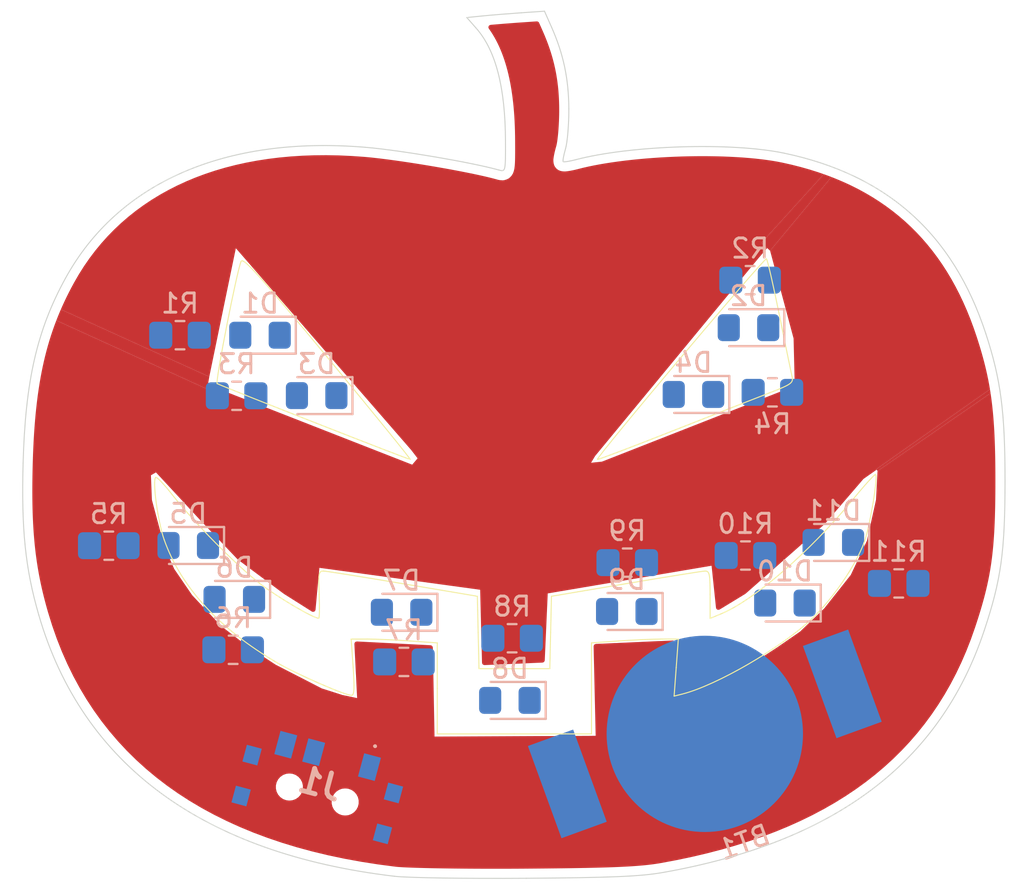
<source format=kicad_pcb>
(kicad_pcb (version 20221018) (generator pcbnew)
  (layers (0 "F.Cu" signal "Front") (1 "In1.Cu" signal) (2 "In2.Cu" signal) (31 "B.Cu" signal "Back") (34 "B.Paste" user) (35 "F.Paste" user) (36 "B.SilkS" user "B.Silkscreen") (37 "F.SilkS" user "F.Silkscreen") (38 "B.Mask" user) (39 "F.Mask" user) (44 "Edge.Cuts" user))
  (net 0 "")
  (net 1 "Net-(BT1-+)")
  (net 2 "GND")
  (net 3 "Net-(D1-K)")
  (net 4 "Net-(D1-A)")
  (net 5 "Net-(D2-K)")
  (net 6 "Net-(D3-K)")
  (net 7 "Net-(D4-K)")
  (net 8 "Net-(D5-K)")
  (net 9 "Net-(D6-K)")
  (net 10 "Net-(D7-K)")
  (net 11 "Net-(D8-K)")
  (net 12 "Net-(D9-K)")
  (net 13 "Net-(D10-K)")
  (net 14 "Net-(D11-K)")
  (footprint "LED_SMD:LED_0805_2012Metric_Pad1.15x1.40mm_HandSolder" (layer "B.Cu") (at 159.19 103.33 180)
    (fp_text reference "D10" (at 0 1.65) (layer "B.SilkS") (effects (justify mirror)))
    (fp_text value "LED")
    (fp_line (start -1.86 -0.96) (end 1 -0.96) (stroke (width 0.12)) (layer "B.SilkS"))
    (fp_line (start -1.86 0.96) (end -1.86 -0.96) (stroke (width 0.12)) (layer "B.SilkS"))
    (fp_line (start 1 0.96) (end -1.86 0.96) (stroke (width 0.12)) (layer "B.SilkS"))
    (pad "1" smd roundrect (at -1.025 0 180) (size 1.15 1.4) (layers "B.Cu" "B.Paste" "B.Mask") (roundrect_rratio 0.217391) (net 13 "Net-(D10-K)"))
    (pad "2" smd roundrect (at 1.025 0 180) (size 1.15 1.4) (layers "B.Cu" "B.Paste" "B.Mask") (roundrect_rratio 0.217391) (net 4 "Net-(D1-A)"))
  )
  (footprint "user-footprints:MK12C02" (layer "B.Cu") (at 134.9 113.28 165)
    (fp_text reference "J1" (at 0 0.575 165) (layer "B.SilkS") (effects (font (size 1.27 1.27) (thickness 0.254)) (justify mirror)))
    (fp_text value "MK-12C02" hide)
    (fp_line (start -2.3 3.2) (end -2.3 3.2) (stroke (width 0.1)) (layer "B.SilkS"))
    (fp_line (start -2.2 3.2) (end -2.2 3.2) (stroke (width 0.1)) (layer "B.SilkS"))
    (fp_arc (start -2.3 3.2) (mid -2.25 3.15) (end -2.2 3.2) (stroke (width 0.1)) (layer "B.SilkS"))
    (fp_arc (start -2.2 3.2) (mid -2.25 3.25) (end -2.3 3.2) (stroke (width 0.1)) (layer "B.SilkS"))
    (pad "" np_thru_hole circle (at -1.5 0 165) (size 0.001 0.001) (drill 0.9) (layers "*.Cu" "*.Mask"))
    (pad "" np_thru_hole circle (at 1.5 0 165) (size 0.001 0.001) (drill 0.9) (layers "*.Cu" "*.Mask"))
    (pad "1" smd rect (at -2.25 2.075 165) (size 0.9 1.25) (layers "B.Cu" "B.Paste" "B.Mask"))
    (pad "2" smd rect (at 0.75 2.075 165) (size 0.9 1.25) (layers "B.Cu" "B.Paste" "B.Mask") (net 1 "Net-(BT1-+)"))
    (pad "3" smd rect (at 2.25 2.075 165) (size 0.9 1.25) (layers "B.Cu" "B.Paste" "B.Mask") (net 4 "Net-(D1-A)"))
    (pad "MP1" smd rect (at -3.8 1.1 165) (size 0.8 0.9) (layers "B.Cu" "B.Paste" "B.Mask"))
    (pad "MP2" smd rect (at -3.8 -1.1 165) (size 0.8 0.9) (layers "B.Cu" "B.Paste" "B.Mask"))
    (pad "MP3" smd rect (at 3.8 -1.1 165) (size 0.8 0.9) (layers "B.Cu" "B.Paste" "B.Mask"))
    (pad "MP4" smd rect (at 3.8 1.1 165) (size 0.8 0.9) (layers "B.Cu" "B.Paste" "B.Mask"))
  )
  (footprint "LED_SMD:LED_0805_2012Metric_Pad1.15x1.40mm_HandSolder" (layer "B.Cu") (at 157.2975 89.02 180)
    (fp_text reference "D2" (at 0 1.65) (layer "B.SilkS") (effects (justify mirror)))
    (fp_text value "LED")
    (fp_line (start -1.86 -0.96) (end 1 -0.96) (stroke (width 0.12)) (layer "B.SilkS"))
    (fp_line (start -1.86 0.96) (end -1.86 -0.96) (stroke (width 0.12)) (layer "B.SilkS"))
    (fp_line (start 1 0.96) (end -1.86 0.96) (stroke (width 0.12)) (layer "B.SilkS"))
    (pad "1" smd roundrect (at -1.025 0 180) (size 1.15 1.4) (layers "B.Cu" "B.Paste" "B.Mask") (roundrect_rratio 0.217391) (net 5 "Net-(D2-K)"))
    (pad "2" smd roundrect (at 1.025 0 180) (size 1.15 1.4) (layers "B.Cu" "B.Paste" "B.Mask") (roundrect_rratio 0.217391) (net 4 "Net-(D1-A)"))
  )
  (footprint "Resistor_SMD:R_0805_2012Metric_Pad1.20x1.40mm_HandSolder" (layer "B.Cu") (at 157.14 100.86 180)
    (fp_text reference "R10" (at 0 1.65) (layer "B.SilkS") (effects (justify mirror)))
    (fp_text value "1k")
    (fp_line (start -0.227064 -0.735) (end 0.227064 -0.735) (stroke (width 0.12)) (layer "B.SilkS"))
    (fp_line (start -0.227064 0.735) (end 0.227064 0.735) (stroke (width 0.12)) (layer "B.SilkS"))
    (pad "1" smd roundrect (at -1 0 180) (size 1.2 1.4) (layers "B.Cu" "B.Paste" "B.Mask") (roundrect_rratio 0.208333) (net 13 "Net-(D10-K)"))
    (pad "2" smd roundrect (at 1 0 180) (size 1.2 1.4) (layers "B.Cu" "B.Paste" "B.Mask") (roundrect_rratio 0.208333) (net 2 "GND"))
  )
  (footprint "LED_SMD:LED_0805_2012Metric_Pad1.15x1.40mm_HandSolder" (layer "B.Cu") (at 144.905 108.39 180)
    (fp_text reference "D8" (at 0 1.65) (layer "B.SilkS") (effects (justify mirror)))
    (fp_text value "LED")
    (fp_line (start -1.86 -0.96) (end 1 -0.96) (stroke (width 0.12)) (layer "B.SilkS"))
    (fp_line (start -1.86 0.96) (end -1.86 -0.96) (stroke (width 0.12)) (layer "B.SilkS"))
    (fp_line (start 1 0.96) (end -1.86 0.96) (stroke (width 0.12)) (layer "B.SilkS"))
    (pad "1" smd roundrect (at -1.025 0 180) (size 1.15 1.4) (layers "B.Cu" "B.Paste" "B.Mask") (roundrect_rratio 0.217391) (net 11 "Net-(D8-K)"))
    (pad "2" smd roundrect (at 1.025 0 180) (size 1.15 1.4) (layers "B.Cu" "B.Paste" "B.Mask") (roundrect_rratio 0.217391) (net 4 "Net-(D1-A)"))
  )
  (footprint "LED_SMD:LED_0805_2012Metric_Pad1.15x1.40mm_HandSolder" (layer "B.Cu") (at 128.1975 100.34 180)
    (fp_text reference "D5" (at 0 1.65) (layer "B.SilkS") (effects (justify mirror)))
    (fp_text value "LED")
    (fp_line (start -1.86 -0.96) (end 1 -0.96) (stroke (width 0.12)) (layer "B.SilkS"))
    (fp_line (start -1.86 0.96) (end -1.86 -0.96) (stroke (width 0.12)) (layer "B.SilkS"))
    (fp_line (start 1 0.96) (end -1.86 0.96) (stroke (width 0.12)) (layer "B.SilkS"))
    (pad "1" smd roundrect (at -1.025 0 180) (size 1.15 1.4) (layers "B.Cu" "B.Paste" "B.Mask") (roundrect_rratio 0.217391) (net 8 "Net-(D5-K)"))
    (pad "2" smd roundrect (at 1.025 0 180) (size 1.15 1.4) (layers "B.Cu" "B.Paste" "B.Mask") (roundrect_rratio 0.217391) (net 4 "Net-(D1-A)"))
  )
  (footprint "LED_SMD:LED_0805_2012Metric_Pad1.15x1.40mm_HandSolder" (layer "B.Cu") (at 130.59 103.14 180)
    (fp_text reference "D6" (at 0 1.65) (layer "B.SilkS") (effects (justify mirror)))
    (fp_text value "LED")
    (fp_line (start -1.86 -0.96) (end 1 -0.96) (stroke (width 0.12)) (layer "B.SilkS"))
    (fp_line (start -1.86 0.96) (end -1.86 -0.96) (stroke (width 0.12)) (layer "B.SilkS"))
    (fp_line (start 1 0.96) (end -1.86 0.96) (stroke (width 0.12)) (layer "B.SilkS"))
    (pad "1" smd roundrect (at -1.025 0 180) (size 1.15 1.4) (layers "B.Cu" "B.Paste" "B.Mask") (roundrect_rratio 0.217391) (net 9 "Net-(D6-K)"))
    (pad "2" smd roundrect (at 1.025 0 180) (size 1.15 1.4) (layers "B.Cu" "B.Paste" "B.Mask") (roundrect_rratio 0.217391) (net 4 "Net-(D1-A)"))
  )
  (footprint "LED_SMD:LED_0805_2012Metric_Pad1.15x1.40mm_HandSolder" (layer "B.Cu") (at 161.705 100.18 180)
    (fp_text reference "D11" (at 0 1.65) (layer "B.SilkS") (effects (justify mirror)))
    (fp_text value "LED")
    (fp_line (start -1.86 -0.96) (end 1 -0.96) (stroke (width 0.12)) (layer "B.SilkS"))
    (fp_line (start -1.86 0.96) (end -1.86 -0.96) (stroke (width 0.12)) (layer "B.SilkS"))
    (fp_line (start 1 0.96) (end -1.86 0.96) (stroke (width 0.12)) (layer "B.SilkS"))
    (pad "1" smd roundrect (at -1.025 0 180) (size 1.15 1.4) (layers "B.Cu" "B.Paste" "B.Mask") (roundrect_rratio 0.217391) (net 14 "Net-(D11-K)"))
    (pad "2" smd roundrect (at 1.025 0 180) (size 1.15 1.4) (layers "B.Cu" "B.Paste" "B.Mask") (roundrect_rratio 0.217391) (net 4 "Net-(D1-A)"))
  )
  (footprint "Resistor_SMD:R_0805_2012Metric_Pad1.20x1.40mm_HandSolder" (layer "B.Cu") (at 124.07 100.35 180)
    (fp_text reference "R5" (at 0 1.65) (layer "B.SilkS") (effects (justify mirror)))
    (fp_text value "1k")
    (fp_line (start -0.227064 -0.735) (end 0.227064 -0.735) (stroke (width 0.12)) (layer "B.SilkS"))
    (fp_line (start -0.227064 0.735) (end 0.227064 0.735) (stroke (width 0.12)) (layer "B.SilkS"))
    (pad "1" smd roundrect (at -1 0 180) (size 1.2 1.4) (layers "B.Cu" "B.Paste" "B.Mask") (roundrect_rratio 0.208333) (net 8 "Net-(D5-K)"))
    (pad "2" smd roundrect (at 1 0 180) (size 1.2 1.4) (layers "B.Cu" "B.Paste" "B.Mask") (roundrect_rratio 0.208333) (net 2 "GND"))
  )
  (footprint "Resistor_SMD:R_0805_2012Metric_Pad1.20x1.40mm_HandSolder" (layer "B.Cu") (at 130.71 92.56 180)
    (fp_text reference "R3" (at 0 1.65) (layer "B.SilkS") (effects (justify mirror)))
    (fp_text value "1k")
    (fp_line (start -0.227064 -0.735) (end 0.227064 -0.735) (stroke (width 0.12)) (layer "B.SilkS"))
    (fp_line (start -0.227064 0.735) (end 0.227064 0.735) (stroke (width 0.12)) (layer "B.SilkS"))
    (pad "1" smd roundrect (at -1 0 180) (size 1.2 1.4) (layers "B.Cu" "B.Paste" "B.Mask") (roundrect_rratio 0.208333) (net 6 "Net-(D3-K)"))
    (pad "2" smd roundrect (at 1 0 180) (size 1.2 1.4) (layers "B.Cu" "B.Paste" "B.Mask") (roundrect_rratio 0.208333) (net 2 "GND"))
  )
  (footprint "Resistor_SMD:R_0805_2012Metric_Pad1.20x1.40mm_HandSolder" (layer "B.Cu") (at 165.1 102.31 180)
    (fp_text reference "R11" (at 0 1.65) (layer "B.SilkS") (effects (justify mirror)))
    (fp_text value "1k")
    (fp_line (start -0.227064 -0.735) (end 0.227064 -0.735) (stroke (width 0.12)) (layer "B.SilkS"))
    (fp_line (start -0.227064 0.735) (end 0.227064 0.735) (stroke (width 0.12)) (layer "B.SilkS"))
    (pad "1" smd roundrect (at -1 0 180) (size 1.2 1.4) (layers "B.Cu" "B.Paste" "B.Mask") (roundrect_rratio 0.208333) (net 14 "Net-(D11-K)"))
    (pad "2" smd roundrect (at 1 0 180) (size 1.2 1.4) (layers "B.Cu" "B.Paste" "B.Mask") (roundrect_rratio 0.208333) (net 2 "GND"))
  )
  (footprint "Battery:BatteryHolder_LINX_BAT-HLD-012-SMT" (layer "B.Cu") (at 155.028336 110.129353 -160)
    (fp_text reference "BT1" (at 0 -6 20) (layer "B.SilkS") (effects (justify mirror)))
    (fp_text value "Battery_Cell")
    (pad "1" smd rect (at -7.6 0 200) (size 2.5 5.1) (layers "B.Cu" "B.Paste" "B.Mask") (net 1 "Net-(BT1-+)"))
    (pad "1" smd rect (at 7.6 0 200) (size 2.5 5.1) (layers "B.Cu" "B.Paste" "B.Mask") (net 1 "Net-(BT1-+)"))
    (pad "2" smd circle (at 0 0 200) (size 10.2 10.2) (layers "B.Cu" "B.Mask") (net 2 "GND"))
  )
  (footprint "Resistor_SMD:R_0805_2012Metric_Pad1.20x1.40mm_HandSolder" (layer "B.Cu") (at 130.53 105.76 180)
    (fp_text reference "R6" (at 0 1.65) (layer "B.SilkS") (effects (justify mirror)))
    (fp_text value "1k")
    (fp_line (start -0.227064 -0.735) (end 0.227064 -0.735) (stroke (width 0.12)) (layer "B.SilkS"))
    (fp_line (start -0.227064 0.735) (end 0.227064 0.735) (stroke (width 0.12)) (layer "B.SilkS"))
    (pad "1" smd roundrect (at -1 0 180) (size 1.2 1.4) (layers "B.Cu" "B.Paste" "B.Mask") (roundrect_rratio 0.208333) (net 9 "Net-(D6-K)"))
    (pad "2" smd roundrect (at 1 0 180) (size 1.2 1.4) (layers "B.Cu" "B.Paste" "B.Mask") (roundrect_rratio 0.208333) (net 2 "GND"))
  )
  (footprint "Resistor_SMD:R_0805_2012Metric_Pad1.20x1.40mm_HandSolder" (layer "B.Cu") (at 151 101.23 180)
    (fp_text reference "R9" (at 0 1.65) (layer "B.SilkS") (effects (justify mirror)))
    (fp_text value "1k")
    (fp_line (start -0.227064 -0.735) (end 0.227064 -0.735) (stroke (width 0.12)) (layer "B.SilkS"))
    (fp_line (start -0.227064 0.735) (end 0.227064 0.735) (stroke (width 0.12)) (layer "B.SilkS"))
    (pad "1" smd roundrect (at -1 0 180) (size 1.2 1.4) (layers "B.Cu" "B.Paste" "B.Mask") (roundrect_rratio 0.208333) (net 12 "Net-(D9-K)"))
    (pad "2" smd roundrect (at 1 0 180) (size 1.2 1.4) (layers "B.Cu" "B.Paste" "B.Mask") (roundrect_rratio 0.208333) (net 2 "GND"))
  )
  (footprint "Resistor_SMD:R_0805_2012Metric_Pad1.20x1.40mm_HandSolder" (layer "B.Cu") (at 158.54 92.38)
    (fp_text reference "R4" (at 0 1.65) (layer "B.SilkS") (effects (justify mirror)))
    (fp_text value "1k")
    (fp_line (start -0.227064 -0.735) (end 0.227064 -0.735) (stroke (width 0.12)) (layer "B.SilkS"))
    (fp_line (start -0.227064 0.735) (end 0.227064 0.735) (stroke (width 0.12)) (layer "B.SilkS"))
    (pad "1" smd roundrect (at -1 0) (size 1.2 1.4) (layers "B.Cu" "B.Paste" "B.Mask") (roundrect_rratio 0.208333) (net 7 "Net-(D4-K)"))
    (pad "2" smd roundrect (at 1 0) (size 1.2 1.4) (layers "B.Cu" "B.Paste" "B.Mask") (roundrect_rratio 0.208333) (net 2 "GND"))
  )
  (footprint "LED_SMD:LED_0805_2012Metric_Pad1.15x1.40mm_HandSolder" (layer "B.Cu") (at 134.8675 92.55 180)
    (fp_text reference "D3" (at 0 1.65) (layer "B.SilkS") (effects (justify mirror)))
    (fp_text value "LED")
    (fp_line (start -1.86 -0.96) (end 1 -0.96) (stroke (width 0.12)) (layer "B.SilkS"))
    (fp_line (start -1.86 0.96) (end -1.86 -0.96) (stroke (width 0.12)) (layer "B.SilkS"))
    (fp_line (start 1 0.96) (end -1.86 0.96) (stroke (width 0.12)) (layer "B.SilkS"))
    (pad "1" smd roundrect (at -1.025 0 180) (size 1.15 1.4) (layers "B.Cu" "B.Paste" "B.Mask") (roundrect_rratio 0.217391) (net 6 "Net-(D3-K)"))
    (pad "2" smd roundrect (at 1.025 0 180) (size 1.15 1.4) (layers "B.Cu" "B.Paste" "B.Mask") (roundrect_rratio 0.217391) (net 4 "Net-(D1-A)"))
  )
  (footprint "Resistor_SMD:R_0805_2012Metric_Pad1.20x1.40mm_HandSolder" (layer "B.Cu") (at 157.38 86.55 180)
    (fp_text reference "R2" (at 0 1.65) (layer "B.SilkS") (effects (justify mirror)))
    (fp_text value "1k")
    (fp_line (start -0.227064 -0.735) (end 0.227064 -0.735) (stroke (width 0.12)) (layer "B.SilkS"))
    (fp_line (start -0.227064 0.735) (end 0.227064 0.735) (stroke (width 0.12)) (layer "B.SilkS"))
    (pad "1" smd roundrect (at -1 0 180) (size 1.2 1.4) (layers "B.Cu" "B.Paste" "B.Mask") (roundrect_rratio 0.208333) (net 5 "Net-(D2-K)"))
    (pad "2" smd roundrect (at 1 0 180) (size 1.2 1.4) (layers "B.Cu" "B.Paste" "B.Mask") (roundrect_rratio 0.208333) (net 2 "GND"))
  )
  (footprint "Resistor_SMD:R_0805_2012Metric_Pad1.20x1.40mm_HandSolder" (layer "B.Cu") (at 145.02 105.16 180)
    (fp_text reference "R8" (at 0 1.65) (layer "B.SilkS") (effects (justify mirror)))
    (fp_text value "1k")
    (fp_line (start -0.227064 -0.735) (end 0.227064 -0.735) (stroke (width 0.12)) (layer "B.SilkS"))
    (fp_line (start -0.227064 0.735) (end 0.227064 0.735) (stroke (width 0.12)) (layer "B.SilkS"))
    (pad "1" smd roundrect (at -1 0 180) (size 1.2 1.4) (layers "B.Cu" "B.Paste" "B.Mask") (roundrect_rratio 0.208333) (net 11 "Net-(D8-K)"))
    (pad "2" smd roundrect (at 1 0 180) (size 1.2 1.4) (layers "B.Cu" "B.Paste" "B.Mask") (roundrect_rratio 0.208333) (net 2 "GND"))
  )
  (footprint "LED_SMD:LED_0805_2012Metric_Pad1.15x1.40mm_HandSolder" (layer "B.Cu") (at 131.925 89.41 180)
    (fp_text reference "D1" (at 0 1.65) (layer "B.SilkS") (effects (justify mirror)))
    (fp_text value "LED")
    (fp_line (start -1.86 -0.96) (end 1 -0.96) (stroke (width 0.12)) (layer "B.SilkS"))
    (fp_line (start -1.86 0.96) (end -1.86 -0.96) (stroke (width 0.12)) (layer "B.SilkS"))
    (fp_line (start 1 0.96) (end -1.86 0.96) (stroke (width 0.12)) (layer "B.SilkS"))
    (pad "1" smd roundrect (at -1.025 0 180) (size 1.15 1.4) (layers "B.Cu" "B.Paste" "B.Mask") (roundrect_rratio 0.217391) (net 3 "Net-(D1-K)"))
    (pad "2" smd roundrect (at 1.025 0 180) (size 1.15 1.4) (layers "B.Cu" "B.Paste" "B.Mask") (roundrect_rratio 0.217391) (net 4 "Net-(D1-A)"))
  )
  (footprint "LED_SMD:LED_0805_2012Metric_Pad1.15x1.40mm_HandSolder" (layer "B.Cu") (at 154.44 92.49 180)
    (fp_text reference "D4" (at 0 1.65) (layer "B.SilkS") (effects (justify mirror)))
    (fp_text value "LED")
    (fp_line (start -1.86 -0.96) (end 1 -0.96) (stroke (width 0.12)) (layer "B.SilkS"))
    (fp_line (start -1.86 0.96) (end -1.86 -0.96) (stroke (width 0.12)) (layer "B.SilkS"))
    (fp_line (start 1 0.96) (end -1.86 0.96) (stroke (width 0.12)) (layer "B.SilkS"))
    (pad "1" smd roundrect (at -1.025 0 180) (size 1.15 1.4) (layers "B.Cu" "B.Paste" "B.Mask") (roundrect_rratio 0.217391) (net 7 "Net-(D4-K)"))
    (pad "2" smd roundrect (at 1.025 0 180) (size 1.15 1.4) (layers "B.Cu" "B.Paste" "B.Mask") (roundrect_rratio 0.217391) (net 4 "Net-(D1-A)"))
  )
  (footprint "Resistor_SMD:R_0805_2012Metric_Pad1.20x1.40mm_HandSolder" (layer "B.Cu") (at 127.77 89.41 180)
    (fp_text reference "R1" (at 0 1.65) (layer "B.SilkS") (effects (justify mirror)))
    (fp_text value "1k")
    (fp_line (start -0.227064 -0.735) (end 0.227064 -0.735) (stroke (width 0.12)) (layer "B.SilkS"))
    (fp_line (start -0.227064 0.735) (end 0.227064 0.735) (stroke (width 0.12)) (layer "B.SilkS"))
    (pad "1" smd roundrect (at -1 0 180) (size 1.2 1.4) (layers "B.Cu" "B.Paste" "B.Mask") (roundrect_rratio 0.208333) (net 3 "Net-(D1-K)"))
    (pad "2" smd roundrect (at 1 0 180) (size 1.2 1.4) (layers "B.Cu" "B.Paste" "B.Mask") (roundrect_rratio 0.208333) (net 2 "GND"))
  )
  (footprint "LED_SMD:LED_0805_2012Metric_Pad1.15x1.40mm_HandSolder" (layer "B.Cu") (at 150.9775 103.77 180)
    (fp_text reference "D9" (at 0 1.65) (layer "B.SilkS") (effects (justify mirror)))
    (fp_text value "LED")
    (fp_line (start -1.86 -0.96) (end 1 -0.96) (stroke (width 0.12)) (layer "B.SilkS"))
    (fp_line (start -1.86 0.96) (end -1.86 -0.96) (stroke (width 0.12)) (layer "B.SilkS"))
    (fp_line (start 1 0.96) (end -1.86 0.96) (stroke (width 0.12)) (layer "B.SilkS"))
    (pad "1" smd roundrect (at -1.025 0 180) (size 1.15 1.4) (layers "B.Cu" "B.Paste" "B.Mask") (roundrect_rratio 0.217391) (net 12 "Net-(D9-K)"))
    (pad "2" smd roundrect (at 1.025 0 180) (size 1.15 1.4) (layers "B.Cu" "B.Paste" "B.Mask") (roundrect_rratio 0.217391) (net 4 "Net-(D1-A)"))
  )
  (footprint "LED_SMD:LED_0805_2012Metric_Pad1.15x1.40mm_HandSolder" (layer "B.Cu") (at 139.28 103.81 180)
    (fp_text reference "D7" (at 0 1.65) (layer "B.SilkS") (effects (justify mirror)))
    (fp_text value "LED")
    (fp_line (start -1.86 -0.96) (end 1 -0.96) (stroke (width 0.12)) (layer "B.SilkS"))
    (fp_line (start -1.86 0.96) (end -1.86 -0.96) (stroke (width 0.12)) (layer "B.SilkS"))
    (fp_line (start 1 0.96) (end -1.86 0.96) (stroke (width 0.12)) (layer "B.SilkS"))
    (pad "1" smd roundrect (at -1.025 0 180) (size 1.15 1.4) (layers "B.Cu" "B.Paste" "B.Mask") (roundrect_rratio 0.217391) (net 10 "Net-(D7-K)"))
    (pad "2" smd roundrect (at 1.025 0 180) (size 1.15 1.4) (layers "B.Cu" "B.Paste" "B.Mask") (roundrect_rratio 0.217391) (net 4 "Net-(D1-A)"))
  )
  (footprint "Resistor_SMD:R_0805_2012Metric_Pad1.20x1.40mm_HandSolder" (layer "B.Cu") (at 139.4 106.39 180)
    (fp_text reference "R7" (at 0 1.65) (layer "B.SilkS") (effects (justify mirror)))
    (fp_text value "1k")
    (fp_line (start -0.227064 -0.735) (end 0.227064 -0.735) (stroke (width 0.12)) (layer "B.SilkS"))
    (fp_line (start -0.227064 0.735) (end 0.227064 0.735) (stroke (width 0.12)) (layer "B.SilkS"))
    (pad "1" smd roundrect (at -1 0 180) (size 1.2 1.4) (layers "B.Cu" "B.Paste" "B.Mask") (roundrect_rratio 0.208333) (net 10 "Net-(D7-K)"))
    (pad "2" smd roundrect (at 1 0 180) (size 1.2 1.4) (layers "B.Cu" "B.Paste" "B.Mask") (roundrect_rratio 0.208333) (net 2 "GND"))
  )
  (gr_curve (pts (xy 127.362865 97.695342) (xy 126.950787 97.167678) (xy 126.566999 96.764773) (xy 126.51 96.8)) (stroke (width 0.054)) (layer "F.SilkS"))
  (gr_curve (pts (xy 163.899486 96.646856) (xy 163.86502 96.612407) (xy 163.320733 97.21378) (xy 162.689926 97.983248)) (stroke (width 0.054)) (layer "F.SilkS"))
  (gr_line (start 145.138168 106.741627) (end 143.299217 106.741627) (stroke (width 0.054)) (layer "F.SilkS"))
  (gr_line (start 147.063619 102.978013) (end 147.020367 104.859821) (stroke (width 0.054)) (layer "F.SilkS"))
  (gr_curve (pts (xy 160.589659 104.148892) (xy 161.653631 103.142195) (xy 162.851351 101.397409) (xy 163.29811 100.203339)) (stroke (width 0.054)) (layer "F.SilkS"))
  (gr_curve (pts (xy 159.565673 91.591503) (xy 159.523202 91.409731) (xy 159.228699 89.978653) (xy 158.911212 88.411336)) (stroke (width 0.054)) (layer "F.SilkS"))
  (gr_curve (pts (xy 162.689926 97.983248) (xy 160.500915 100.653443) (xy 157.582966 103.184412) (xy 155.882184 103.88814)) (stroke (width 0.054)) (layer "F.SilkS"))
  (gr_line (start 143.212717 102.978013) (end 139.361815 102.32781) (stroke (width 0.054)) (layer "F.SilkS"))
  (gr_line (start 141.13323 107.765929) (end 141.13323 110.130418) (stroke (width 0.054)) (layer "F.SilkS"))
  (gr_line (start 143.299217 106.741627) (end 143.255968 104.859821) (stroke (width 0.054)) (layer "F.SilkS"))
  (gr_curve (pts (xy 155.034984 101.668024) (xy 154.886724 101.673289) (xy 153.032515 101.9702) (xy 150.914522 102.32781)) (stroke (width 0.054)) (layer "F.SilkS"))
  (gr_line (start 150.914522 102.32781) (end 147.063619 102.978013) (stroke (width 0.054)) (layer "F.SilkS"))
  (gr_line (start 139.723243 105.30135) (end 141.13323 105.401433) (stroke (width 0.054)) (layer "F.SilkS"))
  (gr_curve (pts (xy 135.229621 101.668024) (xy 134.975874 101.659357) (xy 134.953248 101.779143) (xy 134.998567 102.891087)) (stroke (width 0.054)) (layer "F.SilkS"))
  (gr_line (start 136.659967 105.201266) (end 137.48661 105.201266) (stroke (width 0.054)) (layer "F.SilkS"))
  (gr_line (start 141.13323 105.401433) (end 141.13323 107.765929) (stroke (width 0.054)) (layer "F.SilkS"))
  (gr_line (start 152.807721 105.201266) (end 153.65236 105.201266) (stroke (width 0.054)) (layer "F.SilkS"))
  (gr_line (start 141.13323 110.130418) (end 145.138168 110.130418) (stroke (width 0.054)) (layer "F.SilkS"))
  (gr_line (start 149.143105 110.130418) (end 149.143105 107.765929) (stroke (width 0.054)) (layer "F.SilkS"))
  (gr_curve (pts (xy 131.95604 102.347226) (xy 130.730929 101.409076) (xy 128.493217 99.14276) (xy 127.362865 97.695342)) (stroke (width 0.054)) (layer "F.SilkS"))
  (gr_curve (pts (xy 135.419501 90.555887) (xy 131.83423 86.223362) (xy 131.038568 85.339298) (xy 130.939971 85.578668)) (stroke (width 0.054)) (layer "F.SilkS"))
  (gr_curve (pts (xy 153.840844 108.064786) (xy 155.627261 107.616427) (xy 158.982332 105.669697) (xy 160.589659 104.148892)) (stroke (width 0.054)) (layer "F.SilkS"))
  (gr_curve (pts (xy 129.699235 91.927429) (xy 130.51552 92.292779) (xy 139.684664 95.893321) (xy 139.724513 95.864156)) (stroke (width 0.054)) (layer "F.SilkS"))
  (gr_curve (pts (xy 155.304549 102.892793) (xy 155.304549 101.816254) (xy 155.270083 101.659663) (xy 155.034984 101.668024)) (stroke (width 0.054)) (layer "F.SilkS"))
  (gr_curve (pts (xy 158.911212 88.411336) (xy 158.593729 86.844019) (xy 158.287639 85.507261) (xy 158.231009 85.44076)) (stroke (width 0.054)) (layer "F.SilkS"))
  (gr_line (start 153.54352 106.683998) (end 153.43468 108.16673) (stroke (width 0.054)) (layer "F.SilkS"))
  (gr_line (start 146.977119 106.741627) (end 145.138168 106.741627) (stroke (width 0.054)) (layer "F.SilkS"))
  (gr_curve (pts (xy 126.51 96.8) (xy 126.32259 96.915827) (xy 126.616141 99.098102) (xy 126.944566 100.030609)) (stroke (width 0.054)) (layer "F.SilkS"))
  (gr_curve (pts (xy 153.340588 94.390409) (xy 155.479763 93.545695) (xy 157.772897 92.644741) (xy 158.436441 92.388286)) (stroke (width 0.054)) (layer "F.SilkS"))
  (gr_line (start 149.143105 107.765929) (end 149.143105 105.401433) (stroke (width 0.054)) (layer "F.SilkS"))
  (gr_line (start 153.43468 108.16673) (end 153.840844 108.064786) (stroke (width 0.054)) (layer "F.SilkS"))
  (gr_curve (pts (xy 150.553094 105.30135) (xy 151.328588 105.246302) (xy 152.34317 105.201266) (xy 152.807721 105.201266)) (stroke (width 0.054)) (layer "F.SilkS"))
  (gr_curve (pts (xy 163.29811 100.203339) (xy 163.588867 99.42622) (xy 164.035793 96.783163) (xy 163.899486 96.646856)) (stroke (width 0.054)) (layer "F.SilkS"))
  (gr_curve (pts (xy 139.724513 95.864156) (xy 139.754555 95.842178) (xy 137.817302 93.453447) (xy 135.419501 90.555887)) (stroke (width 0.054)) (layer "F.SilkS"))
  (gr_line (start 149.143105 105.401433) (end 150.553094 105.30135) (stroke (width 0.054)) (layer "F.SilkS"))
  (gr_curve (pts (xy 130.939971 85.578668) (xy 130.709557 86.138061) (xy 129.587884 91.877592) (xy 129.699235 91.927429)) (stroke (width 0.054)) (layer "F.SilkS"))
  (gr_curve (pts (xy 132.807625 106.42908) (xy 133.835357 107.029309) (xy 136.339713 108.12795) (xy 136.680201 108.12795)) (stroke (width 0.054)) (layer "F.SilkS"))
  (gr_curve (pts (xy 149.451177 95.864815) (xy 149.451177 95.898605) (xy 151.201413 95.235123) (xy 153.340588 94.390409)) (stroke (width 0.054)) (layer "F.SilkS"))
  (gr_curve (pts (xy 134.971788 104.121425) (xy 134.68371 104.112758) (xy 132.862333 103.041236) (xy 131.95604 102.347226)) (stroke (width 0.054)) (layer "F.SilkS"))
  (gr_line (start 136.76283 106.664609) (end 136.659967 105.201266) (stroke (width 0.054)) (layer "F.SilkS"))
  (gr_line (start 143.255968 104.859821) (end 143.212717 102.978013) (stroke (width 0.054)) (layer "F.SilkS"))
  (gr_curve (pts (xy 158.231009 85.44076) (xy 158.146618 85.341659) (xy 149.451177 95.665517) (xy 149.451177 95.864815)) (stroke (width 0.054)) (layer "F.SilkS"))
  (gr_line (start 153.65236 105.201266) (end 153.54352 106.683998) (stroke (width 0.054)) (layer "F.SilkS"))
  (gr_curve (pts (xy 137.48661 105.201266) (xy 137.941265 105.201266) (xy 138.947749 105.246302) (xy 139.723243 105.30135)) (stroke (width 0.054)) (layer "F.SilkS"))
  (gr_line (start 147.020367 104.859821) (end 146.977119 106.741627) (stroke (width 0.054)) (layer "F.SilkS"))
  (gr_curve (pts (xy 126.944566 100.030609) (xy 127.814808 102.501501) (xy 129.808976 104.677777) (xy 132.807625 106.42908)) (stroke (width 0.054)) (layer "F.SilkS"))
  (gr_curve (pts (xy 139.361815 102.32781) (xy 137.243819 101.9702) (xy 135.384332 101.673298) (xy 135.229621 101.668024)) (stroke (width 0.054)) (layer "F.SilkS"))
  (gr_curve (pts (xy 158.436441 92.388286) (xy 159.496159 91.978713) (xy 159.633491 91.881812) (xy 159.565673 91.591503)) (stroke (width 0.054)) (layer "F.SilkS"))
  (gr_line (start 145.138168 110.130418) (end 149.143105 110.130418) (stroke (width 0.054)) (layer "F.SilkS"))
  (gr_curve (pts (xy 134.998567 102.891087) (xy 135.026197 103.569046) (xy 135.014149 104.122697) (xy 134.971788 104.121425)) (stroke (width 0.054)) (layer "F.SilkS"))
  (gr_line (start 155.882184 103.88814) (end 155.304549 104.127147) (stroke (width 0.054)) (layer "F.SilkS"))
  (gr_curve (pts (xy 136.680201 108.12795) (xy 136.819033 108.12795) (xy 136.839817 107.759859) (xy 136.76283 106.664609)) (stroke (width 0.054)) (layer "F.SilkS"))
  (gr_line (start 155.304549 104.127147) (end 155.304549 102.892793) (stroke (width 0.054)) (layer "F.SilkS"))
  (gr_curve (pts (xy 169.541801 104.757343) (xy 167.249379 111.64055) (xy 161.785835 115.755893) (xy 152.844658 117.334254)) (stroke (width 0.054)) (layer "Edge.Cuts"))
  (gr_curve (pts (xy 121.819553 86.452981) (xy 124.551292 81.474304) (xy 130.103704 79.044054) (xy 137.377842 79.643233)) (stroke (width 0.054)) (layer "Edge.Cuts"))
  (gr_curve (pts (xy 147.069878 73.405482) (xy 147.687846 74.802815) (xy 147.959091 76.088955) (xy 147.965614 77.652693)) (stroke (width 0.054)) (layer "Edge.Cuts"))
  (gr_curve (pts (xy 159.156329 79.951405) (xy 164.505116 81.078056) (xy 167.932976 84.149988) (xy 169.626006 89.333968)) (stroke (width 0.054)) (layer "Edge.Cuts"))
  (gr_curve (pts (xy 152.844658 117.334254) (xy 151.691196 117.537869) (xy 150.190728 117.601394) (xy 145.758998 117.634234)) (stroke (width 0.054)) (layer "Edge.Cuts"))
  (gr_curve (pts (xy 169.626006 89.333968) (xy 170.405004 91.719232) (xy 170.623389 93.396385) (xy 170.622149 96.984219)) (stroke (width 0.054)) (layer "Edge.Cuts"))
  (gr_curve (pts (xy 147.673077 80.388296) (xy 147.704591 80.419806) (xy 147.997304 80.375463) (xy 148.323556 80.289756)) (stroke (width 0.054)) (layer "Edge.Cuts"))
  (gr_line (start 145.498446 72.654266) (end 146.701234 72.571909) (stroke (width 0.054)) (layer "Edge.Cuts"))
  (gr_line (start 146.701234 72.571909) (end 147.069878 73.405482) (stroke (width 0.054)) (layer "Edge.Cuts"))
  (gr_curve (pts (xy 137.377842 79.643233) (xy 139.152049 79.789376) (xy 142.917451 80.429796) (xy 144.334165 80.826366)) (stroke (width 0.054)) (layer "Edge.Cuts"))
  (gr_curve (pts (xy 144.334165 80.826366) (xy 144.677767 80.922547) (xy 144.680702 80.909656) (xy 144.675372 79.326546)) (stroke (width 0.054)) (layer "Edge.Cuts"))
  (gr_curve (pts (xy 147.965614 77.652693) (xy 147.968989 78.457531) (xy 147.891631 79.389403) (xy 147.793748 79.723518)) (stroke (width 0.054)) (layer "Edge.Cuts"))
  (gr_curve (pts (xy 144.675372 79.326546) (xy 144.665949 76.52927) (xy 144.170056 74.612965) (xy 143.157011 73.459169)) (stroke (width 0.054)) (layer "Edge.Cuts"))
  (gr_curve (pts (xy 138.904395 117.529731) (xy 128.967227 116.351065) (xy 122.690496 111.735706) (xy 120.433712 103.948018)) (stroke (width 0.054)) (layer "Edge.Cuts"))
  (gr_curve (pts (xy 148.323556 80.289756) (xy 151.18041 79.539245) (xy 156.422304 79.375518) (xy 159.156329 79.951405)) (stroke (width 0.054)) (layer "Edge.Cuts"))
  (gr_curve (pts (xy 170.622149 96.984219) (xy 170.620799 100.669746) (xy 170.418704 102.124344) (xy 169.541801 104.757343)) (stroke (width 0.054)) (layer "Edge.Cuts"))
  (gr_curve (pts (xy 147.793748 79.723518) (xy 147.695868 80.057635) (xy 147.641565 80.356783) (xy 147.673077 80.388296)) (stroke (width 0.054)) (layer "Edge.Cuts"))
  (gr_curve (pts (xy 143.481357 72.818884) (xy 143.929222 72.77364) (xy 144.836911 72.699561) (xy 145.498446 72.654266)) (stroke (width 0.054)) (layer "Edge.Cuts"))
  (gr_line (start 143.157011 73.459169) (end 142.667058 72.901144) (stroke (width 0.054)) (layer "Edge.Cuts"))
  (gr_curve (pts (xy 145.758998 117.634234) (xy 142.666726 117.657157) (xy 139.582154 117.610123) (xy 138.904395 117.529731)) (stroke (width 0.054)) (layer "Edge.Cuts"))
  (gr_curve (pts (xy 119.62 96.06) (xy 119.737786 91.784364) (xy 120.341788 89.146253) (xy 121.819553 86.452981)) (stroke (width 0.054)) (layer "Edge.Cuts"))
  (gr_line (start 142.667058 72.901144) (end 143.481357 72.818884) (stroke (width 0.054)) (layer "Edge.Cuts"))
  (gr_curve (pts (xy 120.433712 103.948018) (xy 119.735219 101.537666) (xy 119.525189 99.501658) (xy 119.62 96.06)) (stroke (width 0.054)) (layer "Edge.Cuts"))
  (zone (net 2) (net_name "GND") (layer "F.Cu") (connect_pads (clearance 0.5)) (min_thickness 0.25) (fill yes (thermal_gap 0.5) (thermal_bridge_width 0.5))
    (polygon (pts (xy 144.25 80.43) (xy 144.37 78.31) (xy 143.71 75.57) (xy 142.1 73.05) (xy 142.25 72.5) (xy 147.09 71.99) (xy 148.14 73.7) (xy 148.63 76.94) (xy 148.12 79.92) (xy 153.77 79.24) (xy 159.73 79.63) (xy 162.02 80.46) (xy 157.79 85.44) (xy 149.33 95.69) (xy 149.12 96.04) (xy 149.69 95.98) (xy 159.7 92.05) (xy 159.64 89.58) (xy 158.42 85.02) (xy 162.14 80.55) (xy 165.15 82.22) (xy 168.49 85.26) (xy 171.34 91.22) (xy 163.27 96.88) (xy 161.25 99.23) (xy 157.14 102.85) (xy 155.63 103.77) (xy 155.38 101.39) (xy 146.87 102.83) (xy 146.71 106.42) (xy 143.46 106.56) (xy 143.36 102.64) (xy 135.01 101.5) (xy 134.79 103.88) (xy 133.16 102.85) (xy 130.76 101.06) (xy 128.79 98.99) (xy 126.52 96.54) (xy 126.26 96.69) (xy 126.31 97.97) (xy 126.96 100.4) (xy 127.47 101.56) (xy 128.4 102.92) (xy 129.9 104.52) (xy 131.28 105.58) (xy 132.73 106.53) (xy 135.14 107.77) (xy 136.21 108.11) (xy 136.97 108.27) (xy 136.82 105.32) (xy 140.9 105.53) (xy 140.99 110.27) (xy 149.36 110.23) (xy 149.25 105.46) (xy 153.51 105.27) (xy 153.33 108.34) (xy 154.19 108.13) (xy 156.91 106.86) (xy 158.81 105.62) (xy 159.98 104.81) (xy 161.23 103.61) (xy 162.61 101.87) (xy 163.45 100.09) (xy 163.92 97.97) (xy 164 96.47) (xy 171.02 91.63) (xy 171.62 97.47) (xy 171.15 104.73) (xy 164.33 114.69) (xy 152.41 118.27) (xy 134.58 118.55) (xy 125.38 114.4) (xy 118.42 104.92) (xy 119.14 91.47) (xy 120.52 88.14) (xy 130.1 92.33) (xy 139.83 96.14) (xy 140.11 95.81) (xy 139.78 95.38) (xy 130.67 84.89) (xy 129.29 91.57) (xy 120.57 87.61) (xy 125.86 80.41) (xy 133.1 79.08) (xy 137.87 79.08) (xy 143.88 80.17)))
  )
  (zone (net 2) (net_name "GND") (layer "F.Cu") (priority 1) (connect_pads (clearance 0.5)) (min_thickness 0.25) (fill yes (thermal_gap 0.5) (thermal_bridge_width 0.5))
    (polygon (pts (xy 129.29 91.57) (xy 129.18 92.21) (xy 120.46 88.24) (xy 120.57 87.61)))
  )
  (zone (net 2) (net_name "GND") (layer "F.Cu") (priority 3) (connect_pads (clearance 0.5)) (min_thickness 0.25) (fill yes (thermal_gap 0.5) (thermal_bridge_width 0.5))
    (polygon (pts (xy 164 96.47) (xy 171.02 91.63) (xy 170.95 91.44) (xy 163.94 96.37)))
  )
  (zone (net 2) (net_name "GND") (layer "F.Cu") (priority 2) (connect_pads (clearance 0.5)) (min_thickness 0.25) (fill yes (thermal_gap 0.5) (thermal_bridge_width 0.5))
    (polygon (pts (xy 158.42 85.02) (xy 157.97 84.61) (xy 161.81 80.38) (xy 162.14 80.55)))
  )
)
</source>
